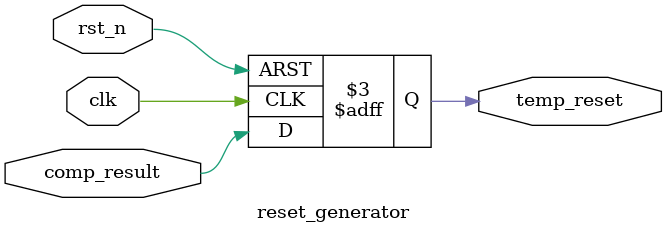
<source format=sv>
module temperature_reset #(
  parameter HOT_THRESHOLD = 8'hC0
) (
  input  wire       clk,
  input  wire [7:0] temperature,
  input  wire       rst_n,
  output wire       temp_reset
);
  
  // Internal connection signals
  wire comparison_result;
  
  // Instantiate temperature comparison module
  temp_comparator #(
    .THRESHOLD(HOT_THRESHOLD)
  ) comp_unit (
    .clk          (clk),
    .rst_n        (rst_n),
    .temperature  (temperature),
    .comp_result  (comparison_result)
  );
  
  // Instantiate reset generation module
  reset_generator reset_unit (
    .clk          (clk),
    .rst_n        (rst_n),
    .comp_result  (comparison_result),
    .temp_reset   (temp_reset)
  );
  
endmodule

// Temperature comparison module
module temp_comparator #(
  parameter THRESHOLD = 8'hC0
) (
  input  wire       clk,
  input  wire       rst_n,
  input  wire [7:0] temperature,
  output reg        comp_result
);
  
  always @(posedge clk or negedge rst_n) begin
    if (!rst_n)
      comp_result <= 1'b0;
    else
      comp_result <= (temperature > THRESHOLD);
  end
  
endmodule

// Reset signal generation module
module reset_generator (
  input  wire clk,
  input  wire rst_n,
  input  wire comp_result,
  output reg  temp_reset
);
  
  always @(posedge clk or negedge rst_n) begin
    if (!rst_n)
      temp_reset <= 1'b0;
    else
      temp_reset <= comp_result;
  end
  
endmodule
</source>
